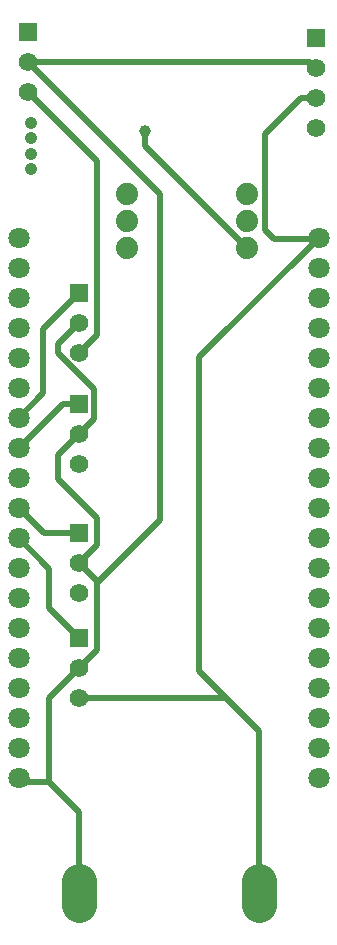
<source format=gtl>
G04 Layer: TopLayer*
G04 EasyEDA v6.5.1, 2022-07-30 07:33:27*
G04 979763ed04074d789ee4af78e92af6cb,10*
G04 Gerber Generator version 0.2*
G04 Scale: 100 percent, Rotated: No, Reflected: No *
G04 Dimensions in millimeters *
G04 leading zeros omitted , absolute positions ,4 integer and 5 decimal *
%FSLAX45Y45*%
%MOMM*%

%ADD11C,0.5000*%
%ADD12C,1.0000*%
%ADD13C,1.8796*%
%ADD14R,1.5748X1.5748*%
%ADD15C,1.5748*%
%ADD16C,1.8000*%
%ADD17C,3.0000*%

%LPD*%
D11*
X1244600Y2413000D02*
G01*
X1117600Y2413000D01*
X812800Y2108200D01*
X812800Y1295400D01*
X889000Y1219200D01*
X1256537Y1219200D01*
X1264665Y1227328D01*
X660400Y1143000D02*
G01*
X-203200Y2006600D01*
X-203200Y2133600D01*
X-762000Y254000D02*
G01*
X-609600Y406400D01*
X-609600Y1879600D01*
X-1193800Y2463800D01*
X-609600Y-1694312D02*
G01*
X-76200Y-1160912D01*
X-76200Y1600200D01*
X-1193800Y2717800D01*
X-762000Y-1524000D02*
G01*
X-609600Y-1676400D01*
X-609600Y-2260600D01*
X-762000Y-2413000D01*
X-762000Y-431800D02*
G01*
X-939800Y-609600D01*
X-939800Y-812800D01*
X-609600Y-1143000D01*
X-609600Y-1371600D01*
X-762000Y-1524000D01*
X-1275206Y-550545D02*
G01*
X-902462Y-177800D01*
X-762000Y-177800D01*
X-762000Y-431800D02*
G01*
X-635000Y-304800D01*
X-635000Y-50800D01*
X-939800Y254000D01*
X-939800Y330200D01*
X-762000Y508000D01*
X-762000Y-1270000D02*
G01*
X-1063754Y-1270000D01*
X-1275209Y-1058545D01*
X-762000Y-2159000D02*
G01*
X-1016000Y-1905000D01*
X-1016000Y-1571749D01*
X-1275209Y-1312545D01*
X-762000Y-2413000D02*
G01*
X-1016000Y-2667000D01*
X-1016000Y-3378200D01*
X-762000Y-3632200D01*
X-762000Y-4318000D01*
X-1016000Y-3378200D02*
G01*
X-1241552Y-3378200D01*
X-1275206Y-3344545D01*
X-762000Y-2667000D02*
G01*
X482600Y-2667000D01*
X762000Y-2946400D01*
X762000Y-4318000D01*
X1264793Y1227454D02*
G01*
X254000Y216662D01*
X254000Y-2438400D01*
X482600Y-2667000D01*
X-762000Y762000D02*
G01*
X-1066800Y457200D01*
X-1066800Y-88137D01*
X-1275334Y-296671D01*
X1244600Y2667000D02*
G01*
X1193800Y2717800D01*
X-1193800Y2717800D01*
D13*
G01*
X660400Y1371600D03*
G01*
X-355600Y1371600D03*
G01*
X660400Y1600200D03*
G01*
X-355600Y1600200D03*
G01*
X-355600Y1143000D03*
G01*
X660400Y1143000D03*
D14*
G01*
X1244600Y2921000D03*
D15*
G01*
X1244600Y2667000D03*
G01*
X1244600Y2413000D03*
G01*
X1244600Y2159000D03*
G01*
X-1193800Y2463800D03*
G01*
X-1193800Y2717800D03*
D14*
G01*
X-1193800Y2971800D03*
D15*
G01*
X-762000Y-2667000D03*
G01*
X-762000Y-2413000D03*
D14*
G01*
X-762000Y-2159000D03*
D15*
G01*
X-762000Y-1778000D03*
G01*
X-762000Y-1524000D03*
D14*
G01*
X-762000Y-1270000D03*
D15*
G01*
X-762000Y-685800D03*
G01*
X-762000Y-431800D03*
D14*
G01*
X-762000Y-177800D03*
D15*
G01*
X-762000Y254000D03*
G01*
X-762000Y508000D03*
D14*
G01*
X-762000Y762000D03*
D16*
G01*
X1264793Y1227454D03*
G01*
X1264793Y973454D03*
G01*
X1264793Y719454D03*
G01*
X1264793Y465454D03*
G01*
X1264793Y211454D03*
G01*
X1264793Y-42545D03*
G01*
X1264793Y-296545D03*
G01*
X1264793Y-550545D03*
G01*
X1264793Y-804545D03*
G01*
X1264793Y-1058545D03*
G01*
X1264793Y-1312545D03*
G01*
X1264793Y-1566545D03*
G01*
X1264793Y-1820545D03*
G01*
X1264793Y-2074545D03*
G01*
X1264793Y-2328545D03*
G01*
X1264793Y-2582545D03*
G01*
X1264793Y-2836545D03*
G01*
X1264793Y-3090545D03*
G01*
X1264793Y-3344545D03*
G01*
X-1275206Y-3344545D03*
G01*
X-1275206Y-3090545D03*
G01*
X-1275206Y-2836545D03*
G01*
X-1275206Y-2582545D03*
G01*
X-1275206Y-2328545D03*
G01*
X-1275206Y-2074545D03*
G01*
X-1275206Y-1820545D03*
G01*
X-1275206Y-1566545D03*
G01*
X-1275206Y-1312545D03*
G01*
X-1275206Y-1058545D03*
G01*
X-1275206Y-804545D03*
G01*
X-1275206Y-550545D03*
G01*
X-1275206Y-296545D03*
G01*
X-1275206Y-42545D03*
G01*
X-1275206Y211454D03*
G01*
X-1275206Y465454D03*
G01*
X-1275206Y719454D03*
G01*
X-1275206Y973454D03*
G01*
X-1275206Y1227454D03*
D12*
G01*
X-203200Y2133600D03*
X-1168400Y2201595D02*
G01*
X-1168400Y2201595D01*
X-1168400Y2071598D02*
G01*
X-1168400Y2071598D01*
X-1168400Y1941601D02*
G01*
X-1168400Y1941601D01*
X-1168400Y1811604D02*
G01*
X-1168400Y1811604D01*
D17*
X762000Y-4218000D02*
G01*
X762000Y-4417999D01*
X-762000Y-4218000D02*
G01*
X-762000Y-4417999D01*
M02*

</source>
